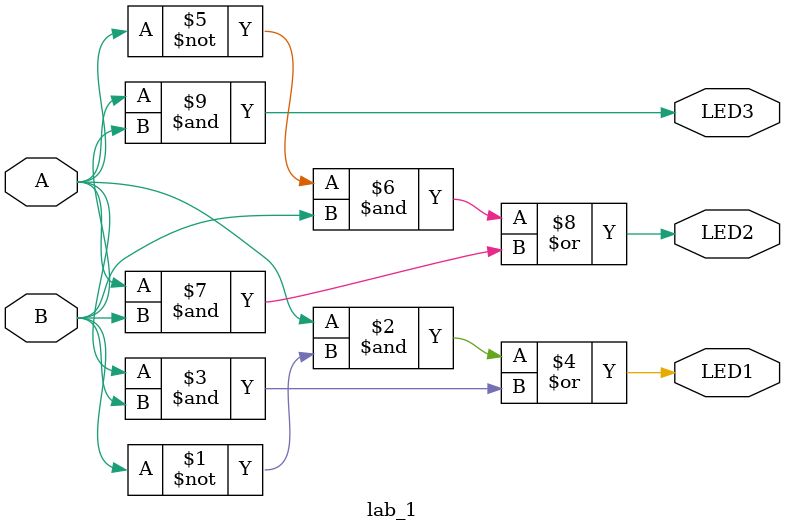
<source format=v>
`timescale 1ns / 1ps


module lab_1(
    input A,
    input B,
    output LED1,
    output LED2,
    output LED3
    );
    
    assign LED1 = A&~B | A&B;
    assign LED2 = ~A&B | A&B;
    assign LED3 = A&B;
    
endmodule

</source>
